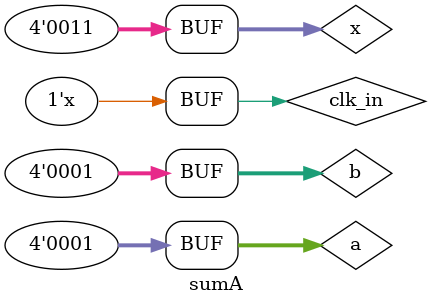
<source format=sv>
module sumAB(input clk,input [3:0] a,x,b, output reg [3:0] y);
   always@(posedge clk)
	begin 
	y= a*x;
	y=y+b;
	end
	endmodule
	
	
	module sumA();
	reg clk_in;
	reg [3:0] a,x,b;
	wire [3:0] y;
	always 
	#10
	clk_in = ~clk_in;
	sumAB m(clk_in,a,x,b,y);
	initial begin
	clk_in = 0;
	a= 4'b0001;
	b= 4'b0001;
	x = 4'b0011;
	end
	endmodule
	
</source>
